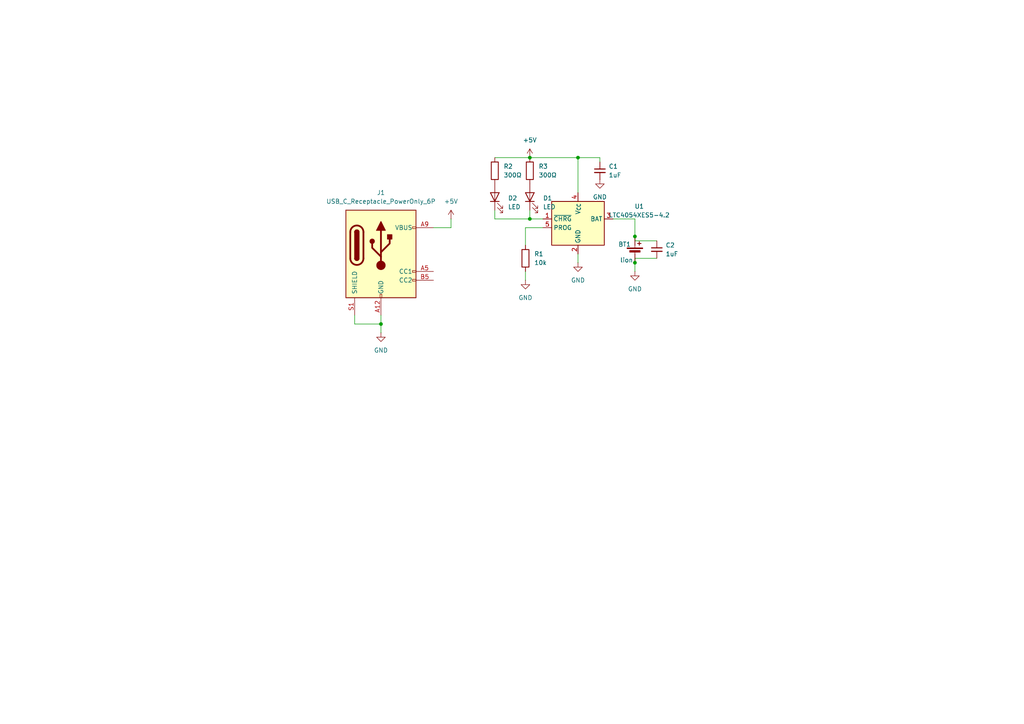
<source format=kicad_sch>
(kicad_sch
	(version 20231120)
	(generator "eeschema")
	(generator_version "8.0")
	(uuid "2b01c03a-27b8-4fa2-adfa-90f9ca58e526")
	(paper "A4")
	(lib_symbols
		(symbol "Battery_Management:LTC4054XES5-4.2"
			(exclude_from_sim no)
			(in_bom yes)
			(on_board yes)
			(property "Reference" "U"
				(at -5.842 6.604 0)
				(effects
					(font
						(size 1.27 1.27)
					)
				)
			)
			(property "Value" "LTC4054XES5-4.2"
				(at 1.524 6.604 0)
				(effects
					(font
						(size 1.27 1.27)
					)
					(justify left)
				)
			)
			(property "Footprint" "Package_TO_SOT_SMD:TSOT-23-5"
				(at 0 -12.7 0)
				(effects
					(font
						(size 1.27 1.27)
					)
					(hide yes)
				)
			)
			(property "Datasheet" "https://www.analog.com/media/en/technical-documentation/data-sheets/405442xf.pdf"
				(at 0 -2.54 0)
				(effects
					(font
						(size 1.27 1.27)
					)
					(hide yes)
				)
			)
			(property "Description" "Constant-current/constant-voltage linear charger for single cell lithium-ion batteries no Trickle Charge, 4.5V to 6.5V VDD, -40 to +85 degree Celsius, TSOT-23-5"
				(at 0 0 0)
				(effects
					(font
						(size 1.27 1.27)
					)
					(hide yes)
				)
			)
			(property "ki_keywords" "Constant-current constant-voltage linear charger single cell lithium-ion battery"
				(at 0 0 0)
				(effects
					(font
						(size 1.27 1.27)
					)
					(hide yes)
				)
			)
			(property "ki_fp_filters" "TSOT?23*"
				(at 0 0 0)
				(effects
					(font
						(size 1.27 1.27)
					)
					(hide yes)
				)
			)
			(symbol "LTC4054XES5-4.2_0_1"
				(rectangle
					(start -7.62 5.08)
					(end 7.62 -7.62)
					(stroke
						(width 0.254)
						(type default)
					)
					(fill
						(type background)
					)
				)
			)
			(symbol "LTC4054XES5-4.2_1_1"
				(pin open_collector line
					(at -10.16 0 0)
					(length 2.54)
					(name "~{CHRG}"
						(effects
							(font
								(size 1.27 1.27)
							)
						)
					)
					(number "1"
						(effects
							(font
								(size 1.27 1.27)
							)
						)
					)
				)
				(pin power_in line
					(at 0 -10.16 90)
					(length 2.54)
					(name "GND"
						(effects
							(font
								(size 1.27 1.27)
							)
						)
					)
					(number "2"
						(effects
							(font
								(size 1.27 1.27)
							)
						)
					)
				)
				(pin power_out line
					(at 10.16 0 180)
					(length 2.54)
					(name "BAT"
						(effects
							(font
								(size 1.27 1.27)
							)
						)
					)
					(number "3"
						(effects
							(font
								(size 1.27 1.27)
							)
						)
					)
				)
				(pin power_in line
					(at 0 7.62 270)
					(length 2.54)
					(name "V_{CC}"
						(effects
							(font
								(size 1.27 1.27)
							)
						)
					)
					(number "4"
						(effects
							(font
								(size 1.27 1.27)
							)
						)
					)
				)
				(pin bidirectional line
					(at -10.16 -2.54 0)
					(length 2.54)
					(name "PROG"
						(effects
							(font
								(size 1.27 1.27)
							)
						)
					)
					(number "5"
						(effects
							(font
								(size 1.27 1.27)
							)
						)
					)
				)
			)
		)
		(symbol "Connector:USB_C_Receptacle_PowerOnly_6P"
			(pin_names
				(offset 1.016)
			)
			(exclude_from_sim no)
			(in_bom yes)
			(on_board yes)
			(property "Reference" "J"
				(at 0 16.51 0)
				(effects
					(font
						(size 1.27 1.27)
					)
					(justify bottom)
				)
			)
			(property "Value" "USB_C_Receptacle_PowerOnly_6P"
				(at 0 13.97 0)
				(effects
					(font
						(size 1.27 1.27)
					)
					(justify bottom)
				)
			)
			(property "Footprint" ""
				(at 3.81 2.54 0)
				(effects
					(font
						(size 1.27 1.27)
					)
					(hide yes)
				)
			)
			(property "Datasheet" "https://www.usb.org/sites/default/files/documents/usb_type-c.zip"
				(at 0 0 0)
				(effects
					(font
						(size 1.27 1.27)
					)
					(hide yes)
				)
			)
			(property "Description" "USB Power-Only 6P Type-C Receptacle connector"
				(at 0 0 0)
				(effects
					(font
						(size 1.27 1.27)
					)
					(hide yes)
				)
			)
			(property "ki_keywords" "usb universal serial bus type-C power-only charging-only 6P 6C"
				(at 0 0 0)
				(effects
					(font
						(size 1.27 1.27)
					)
					(hide yes)
				)
			)
			(property "ki_fp_filters" "USB*C*Receptacle*"
				(at 0 0 0)
				(effects
					(font
						(size 1.27 1.27)
					)
					(hide yes)
				)
			)
			(symbol "USB_C_Receptacle_PowerOnly_6P_0_0"
				(rectangle
					(start -0.254 -12.7)
					(end 0.254 -11.684)
					(stroke
						(width 0)
						(type default)
					)
					(fill
						(type none)
					)
				)
				(rectangle
					(start 10.16 -7.366)
					(end 9.144 -7.874)
					(stroke
						(width 0)
						(type default)
					)
					(fill
						(type none)
					)
				)
				(rectangle
					(start 10.16 -4.826)
					(end 9.144 -5.334)
					(stroke
						(width 0)
						(type default)
					)
					(fill
						(type none)
					)
				)
				(rectangle
					(start 10.16 7.874)
					(end 9.144 7.366)
					(stroke
						(width 0)
						(type default)
					)
					(fill
						(type none)
					)
				)
			)
			(symbol "USB_C_Receptacle_PowerOnly_6P_0_1"
				(rectangle
					(start -10.16 12.7)
					(end 10.16 -12.7)
					(stroke
						(width 0.254)
						(type default)
					)
					(fill
						(type background)
					)
				)
				(arc
					(start -8.89 -1.27)
					(mid -6.985 -3.1667)
					(end -5.08 -1.27)
					(stroke
						(width 0.508)
						(type default)
					)
					(fill
						(type none)
					)
				)
				(arc
					(start -7.62 -1.27)
					(mid -6.985 -1.9023)
					(end -6.35 -1.27)
					(stroke
						(width 0.254)
						(type default)
					)
					(fill
						(type none)
					)
				)
				(arc
					(start -7.62 -1.27)
					(mid -6.985 -1.9023)
					(end -6.35 -1.27)
					(stroke
						(width 0.254)
						(type default)
					)
					(fill
						(type outline)
					)
				)
				(rectangle
					(start -7.62 -1.27)
					(end -6.35 6.35)
					(stroke
						(width 0.254)
						(type default)
					)
					(fill
						(type outline)
					)
				)
				(arc
					(start -6.35 6.35)
					(mid -6.985 6.9823)
					(end -7.62 6.35)
					(stroke
						(width 0.254)
						(type default)
					)
					(fill
						(type none)
					)
				)
				(arc
					(start -6.35 6.35)
					(mid -6.985 6.9823)
					(end -7.62 6.35)
					(stroke
						(width 0.254)
						(type default)
					)
					(fill
						(type outline)
					)
				)
				(arc
					(start -5.08 6.35)
					(mid -6.985 8.2467)
					(end -8.89 6.35)
					(stroke
						(width 0.508)
						(type default)
					)
					(fill
						(type none)
					)
				)
				(circle
					(center -2.54 3.683)
					(radius 0.635)
					(stroke
						(width 0.254)
						(type default)
					)
					(fill
						(type outline)
					)
				)
				(circle
					(center 0 -3.302)
					(radius 1.27)
					(stroke
						(width 0)
						(type default)
					)
					(fill
						(type outline)
					)
				)
				(polyline
					(pts
						(xy -8.89 -1.27) (xy -8.89 6.35)
					)
					(stroke
						(width 0.508)
						(type default)
					)
					(fill
						(type none)
					)
				)
				(polyline
					(pts
						(xy -5.08 6.35) (xy -5.08 -1.27)
					)
					(stroke
						(width 0.508)
						(type default)
					)
					(fill
						(type none)
					)
				)
				(polyline
					(pts
						(xy 0 -3.302) (xy 0 6.858)
					)
					(stroke
						(width 0.508)
						(type default)
					)
					(fill
						(type none)
					)
				)
				(polyline
					(pts
						(xy 0 -0.762) (xy -2.54 1.778) (xy -2.54 3.048)
					)
					(stroke
						(width 0.508)
						(type default)
					)
					(fill
						(type none)
					)
				)
				(polyline
					(pts
						(xy 0 0.508) (xy 2.54 3.048) (xy 2.54 4.318)
					)
					(stroke
						(width 0.508)
						(type default)
					)
					(fill
						(type none)
					)
				)
				(polyline
					(pts
						(xy -1.27 6.858) (xy 0 9.398) (xy 1.27 6.858) (xy -1.27 6.858)
					)
					(stroke
						(width 0.254)
						(type default)
					)
					(fill
						(type outline)
					)
				)
				(rectangle
					(start 1.905 4.318)
					(end 3.175 5.588)
					(stroke
						(width 0.254)
						(type default)
					)
					(fill
						(type outline)
					)
				)
			)
			(symbol "USB_C_Receptacle_PowerOnly_6P_1_1"
				(pin passive line
					(at 0 -17.78 90)
					(length 5.08)
					(name "GND"
						(effects
							(font
								(size 1.27 1.27)
							)
						)
					)
					(number "A12"
						(effects
							(font
								(size 1.27 1.27)
							)
						)
					)
				)
				(pin bidirectional line
					(at 15.24 -5.08 180)
					(length 5.08)
					(name "CC1"
						(effects
							(font
								(size 1.27 1.27)
							)
						)
					)
					(number "A5"
						(effects
							(font
								(size 1.27 1.27)
							)
						)
					)
				)
				(pin passive line
					(at 15.24 7.62 180)
					(length 5.08)
					(name "VBUS"
						(effects
							(font
								(size 1.27 1.27)
							)
						)
					)
					(number "A9"
						(effects
							(font
								(size 1.27 1.27)
							)
						)
					)
				)
				(pin passive line
					(at 0 -17.78 90)
					(length 5.08) hide
					(name "GND"
						(effects
							(font
								(size 1.27 1.27)
							)
						)
					)
					(number "B12"
						(effects
							(font
								(size 1.27 1.27)
							)
						)
					)
				)
				(pin bidirectional line
					(at 15.24 -7.62 180)
					(length 5.08)
					(name "CC2"
						(effects
							(font
								(size 1.27 1.27)
							)
						)
					)
					(number "B5"
						(effects
							(font
								(size 1.27 1.27)
							)
						)
					)
				)
				(pin passive line
					(at 15.24 7.62 180)
					(length 5.08) hide
					(name "VBUS"
						(effects
							(font
								(size 1.27 1.27)
							)
						)
					)
					(number "B9"
						(effects
							(font
								(size 1.27 1.27)
							)
						)
					)
				)
				(pin passive line
					(at -7.62 -17.78 90)
					(length 5.08)
					(name "SHIELD"
						(effects
							(font
								(size 1.27 1.27)
							)
						)
					)
					(number "S1"
						(effects
							(font
								(size 1.27 1.27)
							)
						)
					)
				)
			)
		)
		(symbol "Device:Battery_Cell"
			(pin_numbers hide)
			(pin_names
				(offset 0) hide)
			(exclude_from_sim no)
			(in_bom yes)
			(on_board yes)
			(property "Reference" "BT"
				(at 2.54 2.54 0)
				(effects
					(font
						(size 1.27 1.27)
					)
					(justify left)
				)
			)
			(property "Value" "Battery_Cell"
				(at 2.54 0 0)
				(effects
					(font
						(size 1.27 1.27)
					)
					(justify left)
				)
			)
			(property "Footprint" ""
				(at 0 1.524 90)
				(effects
					(font
						(size 1.27 1.27)
					)
					(hide yes)
				)
			)
			(property "Datasheet" "~"
				(at 0 1.524 90)
				(effects
					(font
						(size 1.27 1.27)
					)
					(hide yes)
				)
			)
			(property "Description" "Single-cell battery"
				(at 0 0 0)
				(effects
					(font
						(size 1.27 1.27)
					)
					(hide yes)
				)
			)
			(property "ki_keywords" "battery cell"
				(at 0 0 0)
				(effects
					(font
						(size 1.27 1.27)
					)
					(hide yes)
				)
			)
			(symbol "Battery_Cell_0_1"
				(rectangle
					(start -2.286 1.778)
					(end 2.286 1.524)
					(stroke
						(width 0)
						(type default)
					)
					(fill
						(type outline)
					)
				)
				(rectangle
					(start -1.524 1.016)
					(end 1.524 0.508)
					(stroke
						(width 0)
						(type default)
					)
					(fill
						(type outline)
					)
				)
				(polyline
					(pts
						(xy 0 0.762) (xy 0 0)
					)
					(stroke
						(width 0)
						(type default)
					)
					(fill
						(type none)
					)
				)
				(polyline
					(pts
						(xy 0 1.778) (xy 0 2.54)
					)
					(stroke
						(width 0)
						(type default)
					)
					(fill
						(type none)
					)
				)
				(polyline
					(pts
						(xy 0.762 3.048) (xy 1.778 3.048)
					)
					(stroke
						(width 0.254)
						(type default)
					)
					(fill
						(type none)
					)
				)
				(polyline
					(pts
						(xy 1.27 3.556) (xy 1.27 2.54)
					)
					(stroke
						(width 0.254)
						(type default)
					)
					(fill
						(type none)
					)
				)
			)
			(symbol "Battery_Cell_1_1"
				(pin passive line
					(at 0 5.08 270)
					(length 2.54)
					(name "+"
						(effects
							(font
								(size 1.27 1.27)
							)
						)
					)
					(number "1"
						(effects
							(font
								(size 1.27 1.27)
							)
						)
					)
				)
				(pin passive line
					(at 0 -2.54 90)
					(length 2.54)
					(name "-"
						(effects
							(font
								(size 1.27 1.27)
							)
						)
					)
					(number "2"
						(effects
							(font
								(size 1.27 1.27)
							)
						)
					)
				)
			)
		)
		(symbol "Device:C_Small"
			(pin_numbers hide)
			(pin_names
				(offset 0.254) hide)
			(exclude_from_sim no)
			(in_bom yes)
			(on_board yes)
			(property "Reference" "C"
				(at 0.254 1.778 0)
				(effects
					(font
						(size 1.27 1.27)
					)
					(justify left)
				)
			)
			(property "Value" "C_Small"
				(at 0.254 -2.032 0)
				(effects
					(font
						(size 1.27 1.27)
					)
					(justify left)
				)
			)
			(property "Footprint" ""
				(at 0 0 0)
				(effects
					(font
						(size 1.27 1.27)
					)
					(hide yes)
				)
			)
			(property "Datasheet" "~"
				(at 0 0 0)
				(effects
					(font
						(size 1.27 1.27)
					)
					(hide yes)
				)
			)
			(property "Description" "Unpolarized capacitor, small symbol"
				(at 0 0 0)
				(effects
					(font
						(size 1.27 1.27)
					)
					(hide yes)
				)
			)
			(property "ki_keywords" "capacitor cap"
				(at 0 0 0)
				(effects
					(font
						(size 1.27 1.27)
					)
					(hide yes)
				)
			)
			(property "ki_fp_filters" "C_*"
				(at 0 0 0)
				(effects
					(font
						(size 1.27 1.27)
					)
					(hide yes)
				)
			)
			(symbol "C_Small_0_1"
				(polyline
					(pts
						(xy -1.524 -0.508) (xy 1.524 -0.508)
					)
					(stroke
						(width 0.3302)
						(type default)
					)
					(fill
						(type none)
					)
				)
				(polyline
					(pts
						(xy -1.524 0.508) (xy 1.524 0.508)
					)
					(stroke
						(width 0.3048)
						(type default)
					)
					(fill
						(type none)
					)
				)
			)
			(symbol "C_Small_1_1"
				(pin passive line
					(at 0 2.54 270)
					(length 2.032)
					(name "~"
						(effects
							(font
								(size 1.27 1.27)
							)
						)
					)
					(number "1"
						(effects
							(font
								(size 1.27 1.27)
							)
						)
					)
				)
				(pin passive line
					(at 0 -2.54 90)
					(length 2.032)
					(name "~"
						(effects
							(font
								(size 1.27 1.27)
							)
						)
					)
					(number "2"
						(effects
							(font
								(size 1.27 1.27)
							)
						)
					)
				)
			)
		)
		(symbol "Device:LED"
			(pin_numbers hide)
			(pin_names
				(offset 1.016) hide)
			(exclude_from_sim no)
			(in_bom yes)
			(on_board yes)
			(property "Reference" "D"
				(at 0 2.54 0)
				(effects
					(font
						(size 1.27 1.27)
					)
				)
			)
			(property "Value" "LED"
				(at 0 -2.54 0)
				(effects
					(font
						(size 1.27 1.27)
					)
				)
			)
			(property "Footprint" ""
				(at 0 0 0)
				(effects
					(font
						(size 1.27 1.27)
					)
					(hide yes)
				)
			)
			(property "Datasheet" "~"
				(at 0 0 0)
				(effects
					(font
						(size 1.27 1.27)
					)
					(hide yes)
				)
			)
			(property "Description" "Light emitting diode"
				(at 0 0 0)
				(effects
					(font
						(size 1.27 1.27)
					)
					(hide yes)
				)
			)
			(property "ki_keywords" "LED diode"
				(at 0 0 0)
				(effects
					(font
						(size 1.27 1.27)
					)
					(hide yes)
				)
			)
			(property "ki_fp_filters" "LED* LED_SMD:* LED_THT:*"
				(at 0 0 0)
				(effects
					(font
						(size 1.27 1.27)
					)
					(hide yes)
				)
			)
			(symbol "LED_0_1"
				(polyline
					(pts
						(xy -1.27 -1.27) (xy -1.27 1.27)
					)
					(stroke
						(width 0.254)
						(type default)
					)
					(fill
						(type none)
					)
				)
				(polyline
					(pts
						(xy -1.27 0) (xy 1.27 0)
					)
					(stroke
						(width 0)
						(type default)
					)
					(fill
						(type none)
					)
				)
				(polyline
					(pts
						(xy 1.27 -1.27) (xy 1.27 1.27) (xy -1.27 0) (xy 1.27 -1.27)
					)
					(stroke
						(width 0.254)
						(type default)
					)
					(fill
						(type none)
					)
				)
				(polyline
					(pts
						(xy -3.048 -0.762) (xy -4.572 -2.286) (xy -3.81 -2.286) (xy -4.572 -2.286) (xy -4.572 -1.524)
					)
					(stroke
						(width 0)
						(type default)
					)
					(fill
						(type none)
					)
				)
				(polyline
					(pts
						(xy -1.778 -0.762) (xy -3.302 -2.286) (xy -2.54 -2.286) (xy -3.302 -2.286) (xy -3.302 -1.524)
					)
					(stroke
						(width 0)
						(type default)
					)
					(fill
						(type none)
					)
				)
			)
			(symbol "LED_1_1"
				(pin passive line
					(at -3.81 0 0)
					(length 2.54)
					(name "K"
						(effects
							(font
								(size 1.27 1.27)
							)
						)
					)
					(number "1"
						(effects
							(font
								(size 1.27 1.27)
							)
						)
					)
				)
				(pin passive line
					(at 3.81 0 180)
					(length 2.54)
					(name "A"
						(effects
							(font
								(size 1.27 1.27)
							)
						)
					)
					(number "2"
						(effects
							(font
								(size 1.27 1.27)
							)
						)
					)
				)
			)
		)
		(symbol "Device:R"
			(pin_numbers hide)
			(pin_names
				(offset 0)
			)
			(exclude_from_sim no)
			(in_bom yes)
			(on_board yes)
			(property "Reference" "R"
				(at 2.032 0 90)
				(effects
					(font
						(size 1.27 1.27)
					)
				)
			)
			(property "Value" "R"
				(at 0 0 90)
				(effects
					(font
						(size 1.27 1.27)
					)
				)
			)
			(property "Footprint" ""
				(at -1.778 0 90)
				(effects
					(font
						(size 1.27 1.27)
					)
					(hide yes)
				)
			)
			(property "Datasheet" "~"
				(at 0 0 0)
				(effects
					(font
						(size 1.27 1.27)
					)
					(hide yes)
				)
			)
			(property "Description" "Resistor"
				(at 0 0 0)
				(effects
					(font
						(size 1.27 1.27)
					)
					(hide yes)
				)
			)
			(property "ki_keywords" "R res resistor"
				(at 0 0 0)
				(effects
					(font
						(size 1.27 1.27)
					)
					(hide yes)
				)
			)
			(property "ki_fp_filters" "R_*"
				(at 0 0 0)
				(effects
					(font
						(size 1.27 1.27)
					)
					(hide yes)
				)
			)
			(symbol "R_0_1"
				(rectangle
					(start -1.016 -2.54)
					(end 1.016 2.54)
					(stroke
						(width 0.254)
						(type default)
					)
					(fill
						(type none)
					)
				)
			)
			(symbol "R_1_1"
				(pin passive line
					(at 0 3.81 270)
					(length 1.27)
					(name "~"
						(effects
							(font
								(size 1.27 1.27)
							)
						)
					)
					(number "1"
						(effects
							(font
								(size 1.27 1.27)
							)
						)
					)
				)
				(pin passive line
					(at 0 -3.81 90)
					(length 1.27)
					(name "~"
						(effects
							(font
								(size 1.27 1.27)
							)
						)
					)
					(number "2"
						(effects
							(font
								(size 1.27 1.27)
							)
						)
					)
				)
			)
		)
		(symbol "power:+5V"
			(power)
			(pin_numbers hide)
			(pin_names
				(offset 0) hide)
			(exclude_from_sim no)
			(in_bom yes)
			(on_board yes)
			(property "Reference" "#PWR"
				(at 0 -3.81 0)
				(effects
					(font
						(size 1.27 1.27)
					)
					(hide yes)
				)
			)
			(property "Value" "+5V"
				(at 0 3.556 0)
				(effects
					(font
						(size 1.27 1.27)
					)
				)
			)
			(property "Footprint" ""
				(at 0 0 0)
				(effects
					(font
						(size 1.27 1.27)
					)
					(hide yes)
				)
			)
			(property "Datasheet" ""
				(at 0 0 0)
				(effects
					(font
						(size 1.27 1.27)
					)
					(hide yes)
				)
			)
			(property "Description" "Power symbol creates a global label with name \"+5V\""
				(at 0 0 0)
				(effects
					(font
						(size 1.27 1.27)
					)
					(hide yes)
				)
			)
			(property "ki_keywords" "global power"
				(at 0 0 0)
				(effects
					(font
						(size 1.27 1.27)
					)
					(hide yes)
				)
			)
			(symbol "+5V_0_1"
				(polyline
					(pts
						(xy -0.762 1.27) (xy 0 2.54)
					)
					(stroke
						(width 0)
						(type default)
					)
					(fill
						(type none)
					)
				)
				(polyline
					(pts
						(xy 0 0) (xy 0 2.54)
					)
					(stroke
						(width 0)
						(type default)
					)
					(fill
						(type none)
					)
				)
				(polyline
					(pts
						(xy 0 2.54) (xy 0.762 1.27)
					)
					(stroke
						(width 0)
						(type default)
					)
					(fill
						(type none)
					)
				)
			)
			(symbol "+5V_1_1"
				(pin power_in line
					(at 0 0 90)
					(length 0)
					(name "~"
						(effects
							(font
								(size 1.27 1.27)
							)
						)
					)
					(number "1"
						(effects
							(font
								(size 1.27 1.27)
							)
						)
					)
				)
			)
		)
		(symbol "power:GND"
			(power)
			(pin_numbers hide)
			(pin_names
				(offset 0) hide)
			(exclude_from_sim no)
			(in_bom yes)
			(on_board yes)
			(property "Reference" "#PWR"
				(at 0 -6.35 0)
				(effects
					(font
						(size 1.27 1.27)
					)
					(hide yes)
				)
			)
			(property "Value" "GND"
				(at 0 -3.81 0)
				(effects
					(font
						(size 1.27 1.27)
					)
				)
			)
			(property "Footprint" ""
				(at 0 0 0)
				(effects
					(font
						(size 1.27 1.27)
					)
					(hide yes)
				)
			)
			(property "Datasheet" ""
				(at 0 0 0)
				(effects
					(font
						(size 1.27 1.27)
					)
					(hide yes)
				)
			)
			(property "Description" "Power symbol creates a global label with name \"GND\" , ground"
				(at 0 0 0)
				(effects
					(font
						(size 1.27 1.27)
					)
					(hide yes)
				)
			)
			(property "ki_keywords" "global power"
				(at 0 0 0)
				(effects
					(font
						(size 1.27 1.27)
					)
					(hide yes)
				)
			)
			(symbol "GND_0_1"
				(polyline
					(pts
						(xy 0 0) (xy 0 -1.27) (xy 1.27 -1.27) (xy 0 -2.54) (xy -1.27 -1.27) (xy 0 -1.27)
					)
					(stroke
						(width 0)
						(type default)
					)
					(fill
						(type none)
					)
				)
			)
			(symbol "GND_1_1"
				(pin power_in line
					(at 0 0 270)
					(length 0)
					(name "~"
						(effects
							(font
								(size 1.27 1.27)
							)
						)
					)
					(number "1"
						(effects
							(font
								(size 1.27 1.27)
							)
						)
					)
				)
			)
		)
	)
	(junction
		(at 184.15 76.2)
		(diameter 0)
		(color 0 0 0 0)
		(uuid "0f58b03b-c53b-455c-9390-1d4068459d2f")
	)
	(junction
		(at 167.64 45.72)
		(diameter 0)
		(color 0 0 0 0)
		(uuid "45647d47-a9ac-4471-8f72-0d85efbc83bd")
	)
	(junction
		(at 153.67 63.5)
		(diameter 0)
		(color 0 0 0 0)
		(uuid "4fe46b00-b41f-40fe-9471-f697eab5de0e")
	)
	(junction
		(at 184.15 68.58)
		(diameter 0)
		(color 0 0 0 0)
		(uuid "6e9686b0-9e80-412c-8dd5-0d70926a2ebc")
	)
	(junction
		(at 153.67 45.72)
		(diameter 0)
		(color 0 0 0 0)
		(uuid "9aba0fe1-389d-4065-9043-ea90fa245743")
	)
	(junction
		(at 110.49 93.98)
		(diameter 0)
		(color 0 0 0 0)
		(uuid "dfa5ad0d-f1c7-4b67-8ac1-3fa2acb1e2a0")
	)
	(wire
		(pts
			(xy 152.4 66.04) (xy 152.4 71.12)
		)
		(stroke
			(width 0)
			(type default)
		)
		(uuid "119b3572-41fb-4b88-81ca-392e764fb3c6")
	)
	(wire
		(pts
			(xy 173.99 45.72) (xy 173.99 46.99)
		)
		(stroke
			(width 0)
			(type default)
		)
		(uuid "137cd0fd-b600-4f48-85f1-9bbcb1dae492")
	)
	(wire
		(pts
			(xy 153.67 63.5) (xy 157.48 63.5)
		)
		(stroke
			(width 0)
			(type default)
		)
		(uuid "21b41dce-9d93-4a7e-95e3-fb72bc45b309")
	)
	(wire
		(pts
			(xy 184.15 76.2) (xy 184.15 78.74)
		)
		(stroke
			(width 0)
			(type default)
		)
		(uuid "2306544c-8196-46d8-abe3-ada10c7498d5")
	)
	(wire
		(pts
			(xy 184.15 63.5) (xy 184.15 68.58)
		)
		(stroke
			(width 0)
			(type default)
		)
		(uuid "2d3f077d-3f4a-40bc-9c28-151b5cc636ba")
	)
	(wire
		(pts
			(xy 190.5 74.93) (xy 184.15 74.93)
		)
		(stroke
			(width 0)
			(type default)
		)
		(uuid "3487966b-8d4c-4c34-9baf-6ac99ac35f59")
	)
	(wire
		(pts
			(xy 184.15 74.93) (xy 184.15 76.2)
		)
		(stroke
			(width 0)
			(type default)
		)
		(uuid "5248dc26-cf90-4b3c-b373-38f80e539949")
	)
	(wire
		(pts
			(xy 152.4 81.28) (xy 152.4 78.74)
		)
		(stroke
			(width 0)
			(type default)
		)
		(uuid "5f2f905e-5b46-4f3b-aafb-fb884bede440")
	)
	(wire
		(pts
			(xy 153.67 60.96) (xy 153.67 63.5)
		)
		(stroke
			(width 0)
			(type default)
		)
		(uuid "792aed2a-4a77-4bc9-b2f9-41ab768c85f1")
	)
	(wire
		(pts
			(xy 190.5 69.85) (xy 184.15 69.85)
		)
		(stroke
			(width 0)
			(type default)
		)
		(uuid "7b2e546d-f137-4879-8b50-46cf2a43b25c")
	)
	(wire
		(pts
			(xy 110.49 93.98) (xy 110.49 91.44)
		)
		(stroke
			(width 0)
			(type default)
		)
		(uuid "7e93d1e3-6046-424a-8235-ee19efd24249")
	)
	(wire
		(pts
			(xy 184.15 69.85) (xy 184.15 68.58)
		)
		(stroke
			(width 0)
			(type default)
		)
		(uuid "88cce288-d043-48f6-8d9a-3f68aee255e4")
	)
	(wire
		(pts
			(xy 143.51 45.72) (xy 153.67 45.72)
		)
		(stroke
			(width 0)
			(type default)
		)
		(uuid "90e94a0f-2da2-42e5-955c-af9d00a9b9da")
	)
	(wire
		(pts
			(xy 130.81 66.04) (xy 125.73 66.04)
		)
		(stroke
			(width 0)
			(type default)
		)
		(uuid "93ed5083-0c78-408e-9945-129a1885f854")
	)
	(wire
		(pts
			(xy 167.64 45.72) (xy 167.64 55.88)
		)
		(stroke
			(width 0)
			(type default)
		)
		(uuid "97bb0660-9e5a-4066-a98f-033dd92f268f")
	)
	(wire
		(pts
			(xy 143.51 60.96) (xy 143.51 63.5)
		)
		(stroke
			(width 0)
			(type default)
		)
		(uuid "a9099ca8-9b2b-4575-8c7f-93d71850f82f")
	)
	(wire
		(pts
			(xy 143.51 63.5) (xy 153.67 63.5)
		)
		(stroke
			(width 0)
			(type default)
		)
		(uuid "ad663e55-52d2-4951-bfd4-25990bbfa5c7")
	)
	(wire
		(pts
			(xy 157.48 66.04) (xy 152.4 66.04)
		)
		(stroke
			(width 0)
			(type default)
		)
		(uuid "b848df56-4bf1-4e29-90d7-ed8140662abc")
	)
	(wire
		(pts
			(xy 167.64 45.72) (xy 173.99 45.72)
		)
		(stroke
			(width 0)
			(type default)
		)
		(uuid "ba9f7d84-471e-4dec-ac1d-b891adb9c6f3")
	)
	(wire
		(pts
			(xy 153.67 45.72) (xy 167.64 45.72)
		)
		(stroke
			(width 0)
			(type default)
		)
		(uuid "bc124853-ce60-408a-b76f-f5079e82e672")
	)
	(wire
		(pts
			(xy 110.49 96.52) (xy 110.49 93.98)
		)
		(stroke
			(width 0)
			(type default)
		)
		(uuid "beb227a3-4f94-4a06-afde-7621b02ff4a8")
	)
	(wire
		(pts
			(xy 102.87 91.44) (xy 102.87 93.98)
		)
		(stroke
			(width 0)
			(type default)
		)
		(uuid "c2e15876-ac59-4f88-a13d-748eb3df0872")
	)
	(wire
		(pts
			(xy 167.64 76.2) (xy 167.64 73.66)
		)
		(stroke
			(width 0)
			(type default)
		)
		(uuid "d40b2bf1-b6fa-4ea1-955d-9bd7867a3350")
	)
	(wire
		(pts
			(xy 102.87 93.98) (xy 110.49 93.98)
		)
		(stroke
			(width 0)
			(type default)
		)
		(uuid "e550673d-4bee-4e01-83be-7efb38b812f8")
	)
	(wire
		(pts
			(xy 177.8 63.5) (xy 184.15 63.5)
		)
		(stroke
			(width 0)
			(type default)
		)
		(uuid "f2080a79-e477-4e3c-8ed2-f1fe0ec5a5d3")
	)
	(wire
		(pts
			(xy 130.81 63.5) (xy 130.81 66.04)
		)
		(stroke
			(width 0)
			(type default)
		)
		(uuid "f619da72-90aa-4b7e-b659-5d64692ac55b")
	)
	(symbol
		(lib_id "power:GND")
		(at 173.99 52.07 0)
		(unit 1)
		(exclude_from_sim no)
		(in_bom yes)
		(on_board yes)
		(dnp no)
		(fields_autoplaced yes)
		(uuid "0c212530-24f5-43aa-91c3-f9d02355ef4f")
		(property "Reference" "#PWR07"
			(at 173.99 58.42 0)
			(effects
				(font
					(size 1.27 1.27)
				)
				(hide yes)
			)
		)
		(property "Value" "GND"
			(at 173.99 57.15 0)
			(effects
				(font
					(size 1.27 1.27)
				)
			)
		)
		(property "Footprint" ""
			(at 173.99 52.07 0)
			(effects
				(font
					(size 1.27 1.27)
				)
				(hide yes)
			)
		)
		(property "Datasheet" ""
			(at 173.99 52.07 0)
			(effects
				(font
					(size 1.27 1.27)
				)
				(hide yes)
			)
		)
		(property "Description" "Power symbol creates a global label with name \"GND\" , ground"
			(at 173.99 52.07 0)
			(effects
				(font
					(size 1.27 1.27)
				)
				(hide yes)
			)
		)
		(pin "1"
			(uuid "af5c703d-8bf6-4bb5-a844-a4ffbd291805")
		)
		(instances
			(project "charger"
				(path "/2b01c03a-27b8-4fa2-adfa-90f9ca58e526"
					(reference "#PWR07")
					(unit 1)
				)
			)
		)
	)
	(symbol
		(lib_id "Battery_Management:LTC4054XES5-4.2")
		(at 167.64 63.5 0)
		(unit 1)
		(exclude_from_sim no)
		(in_bom yes)
		(on_board yes)
		(dnp no)
		(fields_autoplaced yes)
		(uuid "1c8cf3ab-9d30-4c51-8b69-fb0509e2e271")
		(property "Reference" "U1"
			(at 185.42 59.852 0)
			(effects
				(font
					(size 1.27 1.27)
				)
			)
		)
		(property "Value" "LTC4054XES5-4.2"
			(at 185.42 62.392 0)
			(effects
				(font
					(size 1.27 1.27)
				)
			)
		)
		(property "Footprint" "Package_TO_SOT_SMD:TSOT-23-5"
			(at 167.64 76.2 0)
			(effects
				(font
					(size 1.27 1.27)
				)
				(hide yes)
			)
		)
		(property "Datasheet" "https://www.analog.com/media/en/technical-documentation/data-sheets/405442xf.pdf"
			(at 167.64 66.04 0)
			(effects
				(font
					(size 1.27 1.27)
				)
				(hide yes)
			)
		)
		(property "Description" "Constant-current/constant-voltage linear charger for single cell lithium-ion batteries no Trickle Charge, 4.5V to 6.5V VDD, -40 to +85 degree Celsius, TSOT-23-5"
			(at 167.64 63.5 0)
			(effects
				(font
					(size 1.27 1.27)
				)
				(hide yes)
			)
		)
		(pin "3"
			(uuid "54fa539d-79fe-468a-9fef-684f7bfac341")
		)
		(pin "1"
			(uuid "f6c89245-0907-4315-903f-5656d651ecbd")
		)
		(pin "4"
			(uuid "d9032b30-a39f-4784-a262-323d2f5a6d0a")
		)
		(pin "5"
			(uuid "a6154445-e008-4d8e-9cef-4089504b40db")
		)
		(pin "2"
			(uuid "d0151472-a7ba-4061-bf9d-2bd478c3e7b3")
		)
		(instances
			(project "charger"
				(path "/2b01c03a-27b8-4fa2-adfa-90f9ca58e526"
					(reference "U1")
					(unit 1)
				)
			)
		)
	)
	(symbol
		(lib_id "Device:R")
		(at 153.67 49.53 0)
		(unit 1)
		(exclude_from_sim no)
		(in_bom yes)
		(on_board yes)
		(dnp no)
		(fields_autoplaced yes)
		(uuid "2e1b6ae0-d3c3-45b0-bc03-ba346d11356c")
		(property "Reference" "R3"
			(at 156.21 48.2599 0)
			(effects
				(font
					(size 1.27 1.27)
				)
				(justify left)
			)
		)
		(property "Value" "300Ω"
			(at 156.21 50.7999 0)
			(effects
				(font
					(size 1.27 1.27)
				)
				(justify left)
			)
		)
		(property "Footprint" "Resistor_SMD:R_0402_1005Metric_Pad0.72x0.64mm_HandSolder"
			(at 151.892 49.53 90)
			(effects
				(font
					(size 1.27 1.27)
				)
				(hide yes)
			)
		)
		(property "Datasheet" "~"
			(at 153.67 49.53 0)
			(effects
				(font
					(size 1.27 1.27)
				)
				(hide yes)
			)
		)
		(property "Description" "Resistor"
			(at 153.67 49.53 0)
			(effects
				(font
					(size 1.27 1.27)
				)
				(hide yes)
			)
		)
		(pin "2"
			(uuid "84de2d64-d937-4c44-a5a2-ff51b649c0ed")
		)
		(pin "1"
			(uuid "0f39a2f9-c8ca-4f78-bf63-37d5f98e6ffc")
		)
		(instances
			(project "charger"
				(path "/2b01c03a-27b8-4fa2-adfa-90f9ca58e526"
					(reference "R3")
					(unit 1)
				)
			)
		)
	)
	(symbol
		(lib_id "Device:LED")
		(at 153.67 57.15 90)
		(unit 1)
		(exclude_from_sim no)
		(in_bom yes)
		(on_board yes)
		(dnp no)
		(fields_autoplaced yes)
		(uuid "2ff7e6ac-348f-41df-a99e-ddc7d9d4546b")
		(property "Reference" "D1"
			(at 157.48 57.4674 90)
			(effects
				(font
					(size 1.27 1.27)
				)
				(justify right)
			)
		)
		(property "Value" "LED"
			(at 157.48 60.0074 90)
			(effects
				(font
					(size 1.27 1.27)
				)
				(justify right)
			)
		)
		(property "Footprint" "LED_SMD:LED_0402_1005Metric_Pad0.77x0.64mm_HandSolder"
			(at 153.67 57.15 0)
			(effects
				(font
					(size 1.27 1.27)
				)
				(hide yes)
			)
		)
		(property "Datasheet" "~"
			(at 153.67 57.15 0)
			(effects
				(font
					(size 1.27 1.27)
				)
				(hide yes)
			)
		)
		(property "Description" "Light emitting diode"
			(at 153.67 57.15 0)
			(effects
				(font
					(size 1.27 1.27)
				)
				(hide yes)
			)
		)
		(pin "1"
			(uuid "75afd37a-3daf-475f-97e2-554258fa17c9")
		)
		(pin "2"
			(uuid "3e0c8fb0-dcad-4dcd-a340-28009ec569e9")
		)
		(instances
			(project "charger"
				(path "/2b01c03a-27b8-4fa2-adfa-90f9ca58e526"
					(reference "D1")
					(unit 1)
				)
			)
		)
	)
	(symbol
		(lib_id "Connector:USB_C_Receptacle_PowerOnly_6P")
		(at 110.49 73.66 0)
		(unit 1)
		(exclude_from_sim no)
		(in_bom yes)
		(on_board yes)
		(dnp no)
		(fields_autoplaced yes)
		(uuid "3f7f971f-9c1d-4ec4-969f-d46fde109fcb")
		(property "Reference" "J1"
			(at 110.49 55.88 0)
			(effects
				(font
					(size 1.27 1.27)
				)
			)
		)
		(property "Value" "USB_C_Receptacle_PowerOnly_6P"
			(at 110.49 58.42 0)
			(effects
				(font
					(size 1.27 1.27)
				)
			)
		)
		(property "Footprint" "custom:USB-TYPE-C-SMD_MC-306LS-H65"
			(at 114.3 71.12 0)
			(effects
				(font
					(size 1.27 1.27)
				)
				(hide yes)
			)
		)
		(property "Datasheet" "https://www.usb.org/sites/default/files/documents/usb_type-c.zip"
			(at 110.49 73.66 0)
			(effects
				(font
					(size 1.27 1.27)
				)
				(hide yes)
			)
		)
		(property "Description" "USB Power-Only 6P Type-C Receptacle connector"
			(at 110.49 73.66 0)
			(effects
				(font
					(size 1.27 1.27)
				)
				(hide yes)
			)
		)
		(pin "B12"
			(uuid "e0be7433-4f11-45db-85fe-f2399a92fa98")
		)
		(pin "B5"
			(uuid "1ffb06ca-ab05-482e-b80c-67685d96a416")
		)
		(pin "A5"
			(uuid "f69f2d02-68c5-4f26-9701-2c1cefa2d80e")
		)
		(pin "B9"
			(uuid "265c6f7c-d437-4a59-a67b-3bde7ee9e0b4")
		)
		(pin "S1"
			(uuid "26c3525a-57c0-407a-b524-7167ae8f3421")
		)
		(pin "A9"
			(uuid "8bd3b3ff-348b-4ba8-a5f8-9d03ac892d3a")
		)
		(pin "A12"
			(uuid "8e7fc28d-4c40-4f81-9097-86b908fb2331")
		)
		(instances
			(project "charger"
				(path "/2b01c03a-27b8-4fa2-adfa-90f9ca58e526"
					(reference "J1")
					(unit 1)
				)
			)
		)
	)
	(symbol
		(lib_id "power:GND")
		(at 184.15 78.74 0)
		(unit 1)
		(exclude_from_sim no)
		(in_bom yes)
		(on_board yes)
		(dnp no)
		(fields_autoplaced yes)
		(uuid "44a13043-16bc-411c-a603-8586409e51b6")
		(property "Reference" "#PWR05"
			(at 184.15 85.09 0)
			(effects
				(font
					(size 1.27 1.27)
				)
				(hide yes)
			)
		)
		(property "Value" "GND"
			(at 184.15 83.82 0)
			(effects
				(font
					(size 1.27 1.27)
				)
			)
		)
		(property "Footprint" ""
			(at 184.15 78.74 0)
			(effects
				(font
					(size 1.27 1.27)
				)
				(hide yes)
			)
		)
		(property "Datasheet" ""
			(at 184.15 78.74 0)
			(effects
				(font
					(size 1.27 1.27)
				)
				(hide yes)
			)
		)
		(property "Description" "Power symbol creates a global label with name \"GND\" , ground"
			(at 184.15 78.74 0)
			(effects
				(font
					(size 1.27 1.27)
				)
				(hide yes)
			)
		)
		(pin "1"
			(uuid "a21c2940-6464-47c6-aeb6-c49a8229f7ea")
		)
		(instances
			(project "charger"
				(path "/2b01c03a-27b8-4fa2-adfa-90f9ca58e526"
					(reference "#PWR05")
					(unit 1)
				)
			)
		)
	)
	(symbol
		(lib_id "power:+5V")
		(at 153.67 45.72 0)
		(unit 1)
		(exclude_from_sim no)
		(in_bom yes)
		(on_board yes)
		(dnp no)
		(fields_autoplaced yes)
		(uuid "6170bfc5-3a19-450f-beb8-ab0391709778")
		(property "Reference" "#PWR03"
			(at 153.67 49.53 0)
			(effects
				(font
					(size 1.27 1.27)
				)
				(hide yes)
			)
		)
		(property "Value" "+5V"
			(at 153.67 40.64 0)
			(effects
				(font
					(size 1.27 1.27)
				)
			)
		)
		(property "Footprint" ""
			(at 153.67 45.72 0)
			(effects
				(font
					(size 1.27 1.27)
				)
				(hide yes)
			)
		)
		(property "Datasheet" ""
			(at 153.67 45.72 0)
			(effects
				(font
					(size 1.27 1.27)
				)
				(hide yes)
			)
		)
		(property "Description" "Power symbol creates a global label with name \"+5V\""
			(at 153.67 45.72 0)
			(effects
				(font
					(size 1.27 1.27)
				)
				(hide yes)
			)
		)
		(pin "1"
			(uuid "32ed6a48-f072-4aaa-b0df-dd742bbad6c4")
		)
		(instances
			(project "charger"
				(path "/2b01c03a-27b8-4fa2-adfa-90f9ca58e526"
					(reference "#PWR03")
					(unit 1)
				)
			)
		)
	)
	(symbol
		(lib_id "power:GND")
		(at 152.4 81.28 0)
		(unit 1)
		(exclude_from_sim no)
		(in_bom yes)
		(on_board yes)
		(dnp no)
		(fields_autoplaced yes)
		(uuid "6e0df659-63a3-4d80-8c0f-a81c242b6603")
		(property "Reference" "#PWR06"
			(at 152.4 87.63 0)
			(effects
				(font
					(size 1.27 1.27)
				)
				(hide yes)
			)
		)
		(property "Value" "GND"
			(at 152.4 86.36 0)
			(effects
				(font
					(size 1.27 1.27)
				)
			)
		)
		(property "Footprint" ""
			(at 152.4 81.28 0)
			(effects
				(font
					(size 1.27 1.27)
				)
				(hide yes)
			)
		)
		(property "Datasheet" ""
			(at 152.4 81.28 0)
			(effects
				(font
					(size 1.27 1.27)
				)
				(hide yes)
			)
		)
		(property "Description" "Power symbol creates a global label with name \"GND\" , ground"
			(at 152.4 81.28 0)
			(effects
				(font
					(size 1.27 1.27)
				)
				(hide yes)
			)
		)
		(pin "1"
			(uuid "88ba65fa-e1b1-46a6-8e50-9c5949eb44e1")
		)
		(instances
			(project "charger"
				(path "/2b01c03a-27b8-4fa2-adfa-90f9ca58e526"
					(reference "#PWR06")
					(unit 1)
				)
			)
		)
	)
	(symbol
		(lib_id "Device:C_Small")
		(at 190.5 72.39 0)
		(unit 1)
		(exclude_from_sim no)
		(in_bom yes)
		(on_board yes)
		(dnp no)
		(fields_autoplaced yes)
		(uuid "6e3aa2e4-4774-44e8-a5e4-3f843eeeba2b")
		(property "Reference" "C2"
			(at 193.04 71.1262 0)
			(effects
				(font
					(size 1.27 1.27)
				)
				(justify left)
			)
		)
		(property "Value" "1uF"
			(at 193.04 73.6662 0)
			(effects
				(font
					(size 1.27 1.27)
				)
				(justify left)
			)
		)
		(property "Footprint" "Capacitor_SMD:C_0402_1005Metric_Pad0.74x0.62mm_HandSolder"
			(at 190.5 72.39 0)
			(effects
				(font
					(size 1.27 1.27)
				)
				(hide yes)
			)
		)
		(property "Datasheet" "~"
			(at 190.5 72.39 0)
			(effects
				(font
					(size 1.27 1.27)
				)
				(hide yes)
			)
		)
		(property "Description" "Unpolarized capacitor, small symbol"
			(at 190.5 72.39 0)
			(effects
				(font
					(size 1.27 1.27)
				)
				(hide yes)
			)
		)
		(pin "1"
			(uuid "eda1713e-8b85-4c6e-9340-39fd62d3722c")
		)
		(pin "2"
			(uuid "a1a7b1aa-ea88-426a-8070-6d596ccbe5eb")
		)
		(instances
			(project "charger"
				(path "/2b01c03a-27b8-4fa2-adfa-90f9ca58e526"
					(reference "C2")
					(unit 1)
				)
			)
		)
	)
	(symbol
		(lib_id "Device:R")
		(at 152.4 74.93 0)
		(unit 1)
		(exclude_from_sim no)
		(in_bom yes)
		(on_board yes)
		(dnp no)
		(fields_autoplaced yes)
		(uuid "7abd4e1a-9aac-483a-9a5d-315459e1eaed")
		(property "Reference" "R1"
			(at 154.94 73.6599 0)
			(effects
				(font
					(size 1.27 1.27)
				)
				(justify left)
			)
		)
		(property "Value" "10k"
			(at 154.94 76.1999 0)
			(effects
				(font
					(size 1.27 1.27)
				)
				(justify left)
			)
		)
		(property "Footprint" "Resistor_SMD:R_0402_1005Metric_Pad0.72x0.64mm_HandSolder"
			(at 150.622 74.93 90)
			(effects
				(font
					(size 1.27 1.27)
				)
				(hide yes)
			)
		)
		(property "Datasheet" "~"
			(at 152.4 74.93 0)
			(effects
				(font
					(size 1.27 1.27)
				)
				(hide yes)
			)
		)
		(property "Description" "Resistor"
			(at 152.4 74.93 0)
			(effects
				(font
					(size 1.27 1.27)
				)
				(hide yes)
			)
		)
		(pin "2"
			(uuid "5b9f12e8-ae0b-423d-8678-9087bfcba973")
		)
		(pin "1"
			(uuid "b3490bcf-b11c-494f-bd0f-1fbc1fe3863e")
		)
		(instances
			(project "charger"
				(path "/2b01c03a-27b8-4fa2-adfa-90f9ca58e526"
					(reference "R1")
					(unit 1)
				)
			)
		)
	)
	(symbol
		(lib_id "power:+5V")
		(at 130.81 63.5 0)
		(unit 1)
		(exclude_from_sim no)
		(in_bom yes)
		(on_board yes)
		(dnp no)
		(fields_autoplaced yes)
		(uuid "8712ce2b-dc3f-4451-bd31-16dc66276552")
		(property "Reference" "#PWR01"
			(at 130.81 67.31 0)
			(effects
				(font
					(size 1.27 1.27)
				)
				(hide yes)
			)
		)
		(property "Value" "+5V"
			(at 130.81 58.42 0)
			(effects
				(font
					(size 1.27 1.27)
				)
			)
		)
		(property "Footprint" ""
			(at 130.81 63.5 0)
			(effects
				(font
					(size 1.27 1.27)
				)
				(hide yes)
			)
		)
		(property "Datasheet" ""
			(at 130.81 63.5 0)
			(effects
				(font
					(size 1.27 1.27)
				)
				(hide yes)
			)
		)
		(property "Description" "Power symbol creates a global label with name \"+5V\""
			(at 130.81 63.5 0)
			(effects
				(font
					(size 1.27 1.27)
				)
				(hide yes)
			)
		)
		(pin "1"
			(uuid "5c489bbb-c499-4c29-95fc-ca7490fb38d9")
		)
		(instances
			(project "charger"
				(path "/2b01c03a-27b8-4fa2-adfa-90f9ca58e526"
					(reference "#PWR01")
					(unit 1)
				)
			)
		)
	)
	(symbol
		(lib_id "Device:R")
		(at 143.51 49.53 0)
		(unit 1)
		(exclude_from_sim no)
		(in_bom yes)
		(on_board yes)
		(dnp no)
		(fields_autoplaced yes)
		(uuid "89b127a0-3058-467d-833a-8890b7d3b1a7")
		(property "Reference" "R2"
			(at 146.05 48.2599 0)
			(effects
				(font
					(size 1.27 1.27)
				)
				(justify left)
			)
		)
		(property "Value" "300Ω"
			(at 146.05 50.7999 0)
			(effects
				(font
					(size 1.27 1.27)
				)
				(justify left)
			)
		)
		(property "Footprint" "Resistor_SMD:R_0402_1005Metric_Pad0.72x0.64mm_HandSolder"
			(at 141.732 49.53 90)
			(effects
				(font
					(size 1.27 1.27)
				)
				(hide yes)
			)
		)
		(property "Datasheet" "~"
			(at 143.51 49.53 0)
			(effects
				(font
					(size 1.27 1.27)
				)
				(hide yes)
			)
		)
		(property "Description" "Resistor"
			(at 143.51 49.53 0)
			(effects
				(font
					(size 1.27 1.27)
				)
				(hide yes)
			)
		)
		(pin "2"
			(uuid "5a65b262-67fb-4732-b415-04a1948b8a40")
		)
		(pin "1"
			(uuid "db875be4-1473-4f79-9a44-529b3fee6911")
		)
		(instances
			(project "charger"
				(path "/2b01c03a-27b8-4fa2-adfa-90f9ca58e526"
					(reference "R2")
					(unit 1)
				)
			)
		)
	)
	(symbol
		(lib_id "power:GND")
		(at 110.49 96.52 0)
		(unit 1)
		(exclude_from_sim no)
		(in_bom yes)
		(on_board yes)
		(dnp no)
		(fields_autoplaced yes)
		(uuid "be558ba0-da08-40bf-9165-9207f41fadb8")
		(property "Reference" "#PWR02"
			(at 110.49 102.87 0)
			(effects
				(font
					(size 1.27 1.27)
				)
				(hide yes)
			)
		)
		(property "Value" "GND"
			(at 110.49 101.6 0)
			(effects
				(font
					(size 1.27 1.27)
				)
			)
		)
		(property "Footprint" ""
			(at 110.49 96.52 0)
			(effects
				(font
					(size 1.27 1.27)
				)
				(hide yes)
			)
		)
		(property "Datasheet" ""
			(at 110.49 96.52 0)
			(effects
				(font
					(size 1.27 1.27)
				)
				(hide yes)
			)
		)
		(property "Description" "Power symbol creates a global label with name \"GND\" , ground"
			(at 110.49 96.52 0)
			(effects
				(font
					(size 1.27 1.27)
				)
				(hide yes)
			)
		)
		(pin "1"
			(uuid "0e41295c-9772-4e83-9d09-07bb001a7c7b")
		)
		(instances
			(project "charger"
				(path "/2b01c03a-27b8-4fa2-adfa-90f9ca58e526"
					(reference "#PWR02")
					(unit 1)
				)
			)
		)
	)
	(symbol
		(lib_id "Device:C_Small")
		(at 173.99 49.53 0)
		(unit 1)
		(exclude_from_sim no)
		(in_bom yes)
		(on_board yes)
		(dnp no)
		(fields_autoplaced yes)
		(uuid "bfea94ac-cb83-4ad8-a6ff-438df5da6e02")
		(property "Reference" "C1"
			(at 176.53 48.2662 0)
			(effects
				(font
					(size 1.27 1.27)
				)
				(justify left)
			)
		)
		(property "Value" "1uF"
			(at 176.53 50.8062 0)
			(effects
				(font
					(size 1.27 1.27)
				)
				(justify left)
			)
		)
		(property "Footprint" "Capacitor_SMD:C_0402_1005Metric_Pad0.74x0.62mm_HandSolder"
			(at 173.99 49.53 0)
			(effects
				(font
					(size 1.27 1.27)
				)
				(hide yes)
			)
		)
		(property "Datasheet" "~"
			(at 173.99 49.53 0)
			(effects
				(font
					(size 1.27 1.27)
				)
				(hide yes)
			)
		)
		(property "Description" "Unpolarized capacitor, small symbol"
			(at 173.99 49.53 0)
			(effects
				(font
					(size 1.27 1.27)
				)
				(hide yes)
			)
		)
		(pin "1"
			(uuid "d76650a6-5a30-48a1-8dfc-adb49fda0cd1")
		)
		(pin "2"
			(uuid "3b91a761-5352-4c67-8680-afe0d00f1704")
		)
		(instances
			(project "charger"
				(path "/2b01c03a-27b8-4fa2-adfa-90f9ca58e526"
					(reference "C1")
					(unit 1)
				)
			)
		)
	)
	(symbol
		(lib_id "power:GND")
		(at 167.64 76.2 0)
		(unit 1)
		(exclude_from_sim no)
		(in_bom yes)
		(on_board yes)
		(dnp no)
		(fields_autoplaced yes)
		(uuid "c5d0d0b0-a01a-48c9-b056-9503dc69e506")
		(property "Reference" "#PWR04"
			(at 167.64 82.55 0)
			(effects
				(font
					(size 1.27 1.27)
				)
				(hide yes)
			)
		)
		(property "Value" "GND"
			(at 167.64 81.28 0)
			(effects
				(font
					(size 1.27 1.27)
				)
			)
		)
		(property "Footprint" ""
			(at 167.64 76.2 0)
			(effects
				(font
					(size 1.27 1.27)
				)
				(hide yes)
			)
		)
		(property "Datasheet" ""
			(at 167.64 76.2 0)
			(effects
				(font
					(size 1.27 1.27)
				)
				(hide yes)
			)
		)
		(property "Description" "Power symbol creates a global label with name \"GND\" , ground"
			(at 167.64 76.2 0)
			(effects
				(font
					(size 1.27 1.27)
				)
				(hide yes)
			)
		)
		(pin "1"
			(uuid "932cd710-cf44-4a60-bacd-bd678f78121f")
		)
		(instances
			(project "charger"
				(path "/2b01c03a-27b8-4fa2-adfa-90f9ca58e526"
					(reference "#PWR04")
					(unit 1)
				)
			)
		)
	)
	(symbol
		(lib_id "Device:Battery_Cell")
		(at 184.15 73.66 0)
		(unit 1)
		(exclude_from_sim no)
		(in_bom yes)
		(on_board yes)
		(dnp no)
		(uuid "dfe85e91-00f0-4771-b12d-c8c386e265df")
		(property "Reference" "BT1"
			(at 179.324 70.866 0)
			(effects
				(font
					(size 1.27 1.27)
				)
				(justify left)
			)
		)
		(property "Value" "lion"
			(at 179.832 75.438 0)
			(effects
				(font
					(size 1.27 1.27)
				)
				(justify left)
			)
		)
		(property "Footprint" "Connector_PinHeader_1.00mm:PinHeader_1x03_P1.00mm_Vertical"
			(at 184.15 72.136 90)
			(effects
				(font
					(size 1.27 1.27)
				)
				(hide yes)
			)
		)
		(property "Datasheet" "~"
			(at 184.15 72.136 90)
			(effects
				(font
					(size 1.27 1.27)
				)
				(hide yes)
			)
		)
		(property "Description" "Single-cell battery"
			(at 184.15 73.66 0)
			(effects
				(font
					(size 1.27 1.27)
				)
				(hide yes)
			)
		)
		(pin "1"
			(uuid "52157545-5e64-4b26-b723-1dfb418a4c53")
		)
		(pin "2"
			(uuid "4d66f777-601b-44ab-a682-5d6f81d198ad")
		)
		(instances
			(project "charger"
				(path "/2b01c03a-27b8-4fa2-adfa-90f9ca58e526"
					(reference "BT1")
					(unit 1)
				)
			)
		)
	)
	(symbol
		(lib_id "Device:LED")
		(at 143.51 57.15 90)
		(unit 1)
		(exclude_from_sim no)
		(in_bom yes)
		(on_board yes)
		(dnp no)
		(fields_autoplaced yes)
		(uuid "fc63f863-3cb8-41f9-9683-b1c59eb0b0c7")
		(property "Reference" "D2"
			(at 147.32 57.4674 90)
			(effects
				(font
					(size 1.27 1.27)
				)
				(justify right)
			)
		)
		(property "Value" "LED"
			(at 147.32 60.0074 90)
			(effects
				(font
					(size 1.27 1.27)
				)
				(justify right)
			)
		)
		(property "Footprint" "LED_SMD:LED_0402_1005Metric_Pad0.77x0.64mm_HandSolder"
			(at 143.51 57.15 0)
			(effects
				(font
					(size 1.27 1.27)
				)
				(hide yes)
			)
		)
		(property "Datasheet" "~"
			(at 143.51 57.15 0)
			(effects
				(font
					(size 1.27 1.27)
				)
				(hide yes)
			)
		)
		(property "Description" "Light emitting diode"
			(at 143.51 57.15 0)
			(effects
				(font
					(size 1.27 1.27)
				)
				(hide yes)
			)
		)
		(pin "1"
			(uuid "fe42f148-557c-4206-b329-491163e1953a")
		)
		(pin "2"
			(uuid "873d51d5-a2fd-49f3-8578-5c2341fc4062")
		)
		(instances
			(project "charger"
				(path "/2b01c03a-27b8-4fa2-adfa-90f9ca58e526"
					(reference "D2")
					(unit 1)
				)
			)
		)
	)
	(sheet_instances
		(path "/"
			(page "1")
		)
	)
)
</source>
